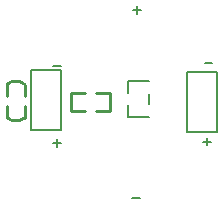
<source format=gto>
G04*
G04 #@! TF.GenerationSoftware,Altium Limited,Altium Designer,21.7.2 (23)*
G04*
G04 Layer_Color=65535*
%FSLAX25Y25*%
%MOIN*%
G70*
G04*
G04 #@! TF.SameCoordinates,CD49883A-D9D7-4F0A-866F-15B73C44CB22*
G04*
G04*
G04 #@! TF.FilePolarity,Positive*
G04*
G01*
G75*
%ADD10C,0.01000*%
%ADD11C,0.00600*%
%ADD12C,0.00787*%
%ADD13C,0.00591*%
D10*
X353856Y311848D02*
G03*
X348000Y311900I-2959J-3492D01*
G01*
X347944Y300752D02*
G03*
X353800Y300700I2959J3492D01*
G01*
X369400Y309000D02*
X374100D01*
X369400Y302900D02*
X374100D01*
X377600Y303000D02*
X382300D01*
X377600Y309000D02*
X382300D01*
X369400Y302900D02*
Y309000D01*
X382300Y303000D02*
Y309000D01*
X347900Y300900D02*
Y304600D01*
X353900Y300800D02*
Y304600D01*
Y308100D02*
Y311800D01*
X347900Y308100D02*
Y311800D01*
D11*
X388250Y313048D02*
X395149D01*
X388250Y308947D02*
Y313048D01*
Y300952D02*
X395149D01*
X388250D02*
Y305053D01*
X395149Y305207D02*
Y308793D01*
D12*
X408100Y296100D02*
Y316100D01*
Y296100D02*
X418100D01*
Y316100D01*
X408100D02*
X418100D01*
X356000Y316600D02*
X366000D01*
Y296600D02*
Y316600D01*
X356000Y296600D02*
X366000D01*
X356000D02*
Y316600D01*
D13*
X389690Y273890D02*
X392314D01*
X363291Y317990D02*
X365914D01*
X363291Y292302D02*
X365914D01*
X364602Y293614D02*
Y290990D01*
X389891Y336702D02*
X392514D01*
X391202Y338014D02*
Y335390D01*
X413791Y318891D02*
X416414D01*
X413191Y292802D02*
X415814D01*
X414502Y294114D02*
Y291491D01*
M02*

</source>
